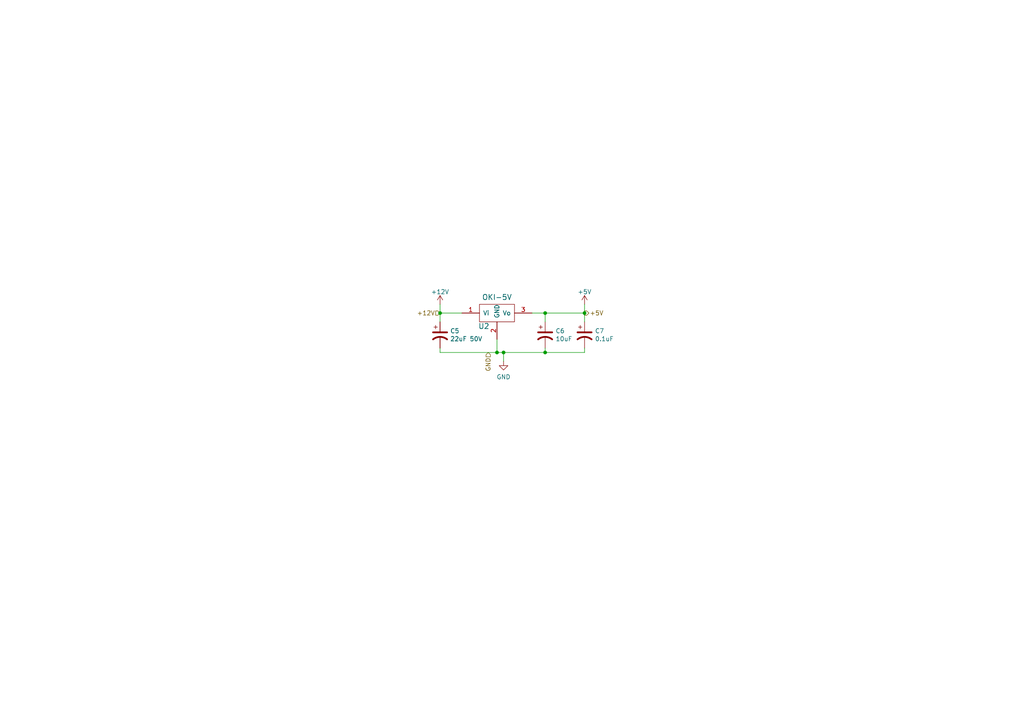
<source format=kicad_sch>
(kicad_sch (version 20211123) (generator eeschema)
  (paper "A4")
  (title_block (title "OKI 5V Voltage Regulator") (company "Missouri S&T Mars Rover Design Team") (comment 1 "OKI 5V Voltage Regulator") (comment 2 "Provides Stable 5V From 12V Input"))
  (lib_symbols
    (symbol "Device:C_Polarized_US" (pin_numbers hide) (pin_names (offset 0.254) hide)
      (property "Reference" "C" (at 0.635 2.54 0))
      (property "Value" "C_Polarized_US" (at 0.635 -2.54 0))
      (symbol "C_Polarized_US_0_1"
        (polyline (pts (xy -2.032 0.762) (xy 2.032 0.762)) (stroke (width 0.508)))
        (polyline (pts (xy -1.778 2.286) (xy -0.762 2.286)))
        (polyline (pts (xy -1.27 1.778) (xy -1.27 2.794)))
        (arc (start 2.032 -1.27) (mid 0 -0.5572) (end -2.032 -1.27) (stroke (width 0.508)))
      )
      (symbol "C_Polarized_US_1_1"
        (pin passive line (at 0 3.81 270) (length 2.794) (name "~") (number "1"))
        (pin passive line (at 0 -3.81 90) (length 3.302) (name "~") (number "2"))
      )
    )
    (symbol "MRDT_Devices:OKI" (pin_names (offset 1.016))
      (property "Value" "OKI" (at 5.08 6.35 0))
      (symbol "OKI_0_1"
        (rectangle (start 0 0) (end 10.16 5.08))
      )
      (symbol "OKI_1_1"
        (pin input line (at -5.08 2.54 0) (length 5.08) (name "Vi") (number "1"))
        (pin output line (at 5.08 -5.08 90) (length 5.08) (name "GND") (number "2"))
        (pin output line (at 15.24 2.54 180) (length 5.08) (name "Vo") (number "3"))
      )
    )
    (symbol "power:+12V" (power) (pin_names (offset 0))
      (property "Value" "+12V" (at 0 3.556 0))
      (symbol "+12V_0_1"
        (polyline (pts (xy -0.762 1.27) (xy 0 2.54)))
        (polyline (pts (xy 0 0) (xy 0 2.54)))
        (polyline (pts (xy 0 2.54) (xy 0.762 1.27)))
      )
      (symbol "+12V_1_1"
        (pin power_in line (at 0 0 90) (length 0) hide (name "+12V") (number "1"))
      )
    )
    (symbol "power:+5V" (power) (pin_names (offset 0))
      (property "Value" "+5V" (at 0 3.556 0))
      (symbol "+5V_0_1"
        (polyline (pts (xy -0.762 1.27) (xy 0 2.54)))
        (polyline (pts (xy 0 0) (xy 0 2.54)))
        (polyline (pts (xy 0 2.54) (xy 0.762 1.27)))
      )
      (symbol "+5V_1_1"
        (pin power_in line (at 0 0 90) (length 0) hide (name "+5V") (number "1"))
      )
    )
    (symbol "power:GND" (power) (pin_names (offset 0))
      (property "Value" "GND" (at 0 -3.81 0))
      (symbol "GND_0_1"
        (polyline (pts (xy 0 0) (xy 0 -1.27) (xy 1.27 -1.27) (xy 0 -2.54) (xy -1.27 -1.27) (xy 0 -1.27)))
      )
      (symbol "GND_1_1"
        (pin power_in line (at 0 0 270) (length 0) hide (name "GND") (number "1"))
      )
    )
  )
  (junction (at 146.05 102.235))
  (junction (at 158.115 102.235))
  (junction (at 158.115 90.805))
  (junction (at 144.145 102.235))
  (junction (at 127.635 90.805))
  (junction (at 169.545 90.805))
  (wire (pts (xy 146.05 102.235) (xy 158.115 102.235)))
  (wire (pts (xy 127.635 88.265) (xy 127.635 90.805)))
  (wire (pts (xy 169.545 102.235) (xy 169.545 100.965)))
  (wire (pts (xy 127.635 100.965) (xy 127.635 102.235)))
  (wire (pts (xy 158.115 102.235) (xy 169.545 102.235)))
  (wire (pts (xy 144.145 102.235) (xy 146.05 102.235)))
  (wire (pts (xy 146.05 102.235) (xy 146.05 104.775)))
  (wire (pts (xy 133.985 90.805) (xy 127.635 90.805)))
  (wire (pts (xy 169.545 93.345) (xy 169.545 90.805)))
  (wire (pts (xy 127.635 102.235) (xy 144.145 102.235)))
  (wire (pts (xy 169.545 90.805) (xy 169.545 88.265)))
  (wire (pts (xy 158.115 93.345) (xy 158.115 90.805)))
  (wire (pts (xy 144.145 98.425) (xy 144.145 102.235)))
  (wire (pts (xy 158.115 90.805) (xy 169.545 90.805)))
  (wire (pts (xy 158.115 102.235) (xy 158.115 100.965)))
  (wire (pts (xy 127.635 90.805) (xy 127.635 93.345)))
  (wire (pts (xy 154.305 90.805) (xy 158.115 90.805)))
  (hierarchical_label "GND" (shape input) (at 141.605 102.235 270))
  (hierarchical_label "+5V" (shape output) (at 169.545 90.805 0))
  (hierarchical_label "+12V" (shape input) (at 127.635 90.805 180))
  (symbol (lib_id "Device:C_Polarized_US") (at 127.635 97.155 0) (unit 1)
    (property "Reference" "C5" (at 130.556 95.9866 0) (effects (justify left)))
    (property "Value" "22uF 50V" (at 130.556 98.298 0) (effects (justify left)))
    (property "Footprint" "Capacitor_THT:CP_Radial_D6.3mm_P2.50mm" (effects hide))
  )
  (symbol (lib_id "Device:C_Polarized_US") (at 158.115 97.155 0) (unit 1)
    (property "Reference" "C6" (at 161.1122 95.9866 0) (effects (justify left)))
    (property "Value" "10uF" (at 161.1122 98.298 0) (effects (justify left)))
    (property "Footprint" "Capacitor_SMD:C_0603_1608Metric_Pad1.08x0.95mm_HandSolder" (effects hide))
  )
  (symbol (lib_id "power:+5V") (at 169.545 88.265 0) (unit 1)
    (property "Reference" "#PWR011" (effects hide))
    (property "Value" "+5V" (at 169.545 84.6605 0))
  )
  (symbol (lib_id "power:+12V") (at 127.635 88.265 0) (unit 1)
    (property "Reference" "#PWR010" (effects hide))
    (property "Value" "+12V" (at 127.635 84.6605 0))
  )
  (symbol (lib_id "Device:C_Polarized_US") (at 169.545 97.155 0) (unit 1)
    (property "Reference" "C7" (at 172.5422 95.9866 0) (effects (justify left)))
    (property "Value" "0.1uF" (at 172.5422 98.298 0) (effects (justify left)))
    (property "Footprint" "Capacitor_SMD:C_0603_1608Metric_Pad1.08x0.95mm_HandSolder" (effects hide))
  )
  (symbol (lib_id "MRDT_Devices:OKI") (at 139.065 93.345 0) (unit 1)
    (property "Reference" "U2" (at 140.335 94.615 0) (effects (font (size 1.524 1.524))))
    (property "Value" "OKI-5V" (at 144.145 86.2076 0) (effects (font (size 1.524 1.524))))
    (property "Footprint" "MRDT_Devices:OKI_Horizontal" (effects hide))
  )
  (symbol (lib_id "power:GND") (at 146.05 104.775 0) (unit 1)
    (property "Reference" "#PWR012" (effects hide))
    (property "Value" "GND" (at 146.05 109.3375 0))
  )
)
</source>
